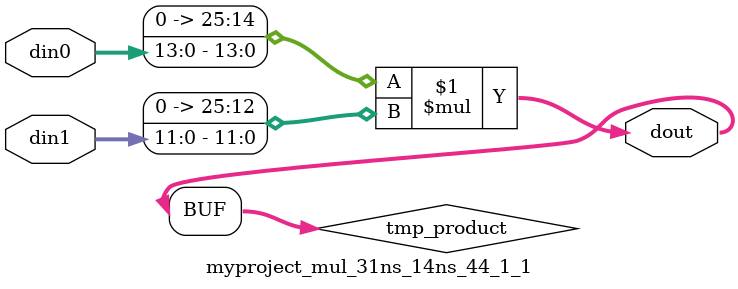
<source format=v>

`timescale 1 ns / 1 ps

  module myproject_mul_31ns_14ns_44_1_1(din0, din1, dout);
parameter ID = 1;
parameter NUM_STAGE = 0;
parameter din0_WIDTH = 14;
parameter din1_WIDTH = 12;
parameter dout_WIDTH = 26;

input [din0_WIDTH - 1 : 0] din0; 
input [din1_WIDTH - 1 : 0] din1; 
output [dout_WIDTH - 1 : 0] dout;

wire signed [dout_WIDTH - 1 : 0] tmp_product;










assign tmp_product = $signed({1'b0, din0}) * $signed({1'b0, din1});











assign dout = tmp_product;







endmodule

</source>
